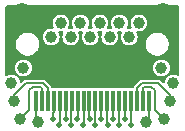
<source format=gbr>
G04 #@! TF.GenerationSoftware,KiCad,Pcbnew,8.0.4*
G04 #@! TF.CreationDate,2024-12-13T15:25:53-05:00*
G04 #@! TF.ProjectId,LoomRide-v2,4c6f6f6d-5269-4646-952d-76322e6b6963,rev?*
G04 #@! TF.SameCoordinates,Original*
G04 #@! TF.FileFunction,Copper,L1,Top*
G04 #@! TF.FilePolarity,Positive*
%FSLAX46Y46*%
G04 Gerber Fmt 4.6, Leading zero omitted, Abs format (unit mm)*
G04 Created by KiCad (PCBNEW 8.0.4) date 2024-12-13 15:25:53*
%MOMM*%
%LPD*%
G01*
G04 APERTURE LIST*
G04 #@! TA.AperFunction,SMDPad,CuDef*
%ADD10R,0.300000X1.800000*%
G04 #@! TD*
G04 #@! TA.AperFunction,SMDPad,CuDef*
%ADD11R,0.300000X1.630000*%
G04 #@! TD*
G04 #@! TA.AperFunction,ComponentPad*
%ADD12C,2.000000*%
G04 #@! TD*
G04 #@! TA.AperFunction,ComponentPad*
%ADD13C,1.000000*%
G04 #@! TD*
G04 #@! TA.AperFunction,ViaPad*
%ADD14C,0.500000*%
G04 #@! TD*
G04 #@! TA.AperFunction,Conductor*
%ADD15C,0.508000*%
G04 #@! TD*
G04 #@! TA.AperFunction,Conductor*
%ADD16C,0.152400*%
G04 #@! TD*
G04 APERTURE END LIST*
D10*
X-4746000Y-9896000D03*
D11*
X-4746000Y-7221000D03*
D10*
X-4246000Y-9896000D03*
D11*
X-4246000Y-7221000D03*
D10*
X-3746000Y-9896000D03*
D11*
X-3746000Y-7221000D03*
D10*
X-3246000Y-9896000D03*
D11*
X-3246000Y-7221000D03*
D10*
X-2746000Y-9896000D03*
D11*
X-2746000Y-7221000D03*
D10*
X-2246000Y-9896000D03*
D11*
X-2246000Y-7221000D03*
D10*
X-1746000Y-9896000D03*
D11*
X-1746000Y-7221000D03*
D10*
X-1246000Y-9896000D03*
D11*
X-1246000Y-7221000D03*
D10*
X-746000Y-9896000D03*
D11*
X-746000Y-7221000D03*
D10*
X-246000Y-9896000D03*
D11*
X-246000Y-7221000D03*
D10*
X254000Y-9896000D03*
D11*
X254000Y-7221000D03*
D10*
X754000Y-9896000D03*
D11*
X754000Y-7221000D03*
D10*
X1254000Y-9896000D03*
D11*
X1254000Y-7221000D03*
D10*
X1754000Y-9896000D03*
D11*
X1754000Y-7221000D03*
D10*
X2254000Y-9896000D03*
D11*
X2254000Y-7221000D03*
D10*
X2754000Y-9896000D03*
D11*
X2754000Y-7221000D03*
D10*
X3254000Y-9896000D03*
D11*
X3254000Y-7221000D03*
D10*
X3754000Y-9896000D03*
D11*
X3754000Y-7221000D03*
D10*
X4254000Y-9896000D03*
D11*
X4254000Y-7221000D03*
D10*
X4754000Y-9896000D03*
D11*
X4754000Y-7221000D03*
D12*
X5954000Y-2646000D03*
X-5946000Y-2646000D03*
D13*
X2286000Y-3302000D03*
X3111500Y-4493000D03*
X-1841500Y-4493000D03*
X-6858000Y-8382000D03*
X-1016000Y-3302000D03*
X635000Y-3302000D03*
X5842000Y-7112000D03*
X3937000Y-3302000D03*
X4572000Y-11684000D03*
X-190500Y-4493000D03*
X-5842000Y-7112000D03*
X-6604000Y-9906000D03*
X6096000Y-11430000D03*
X6604000Y-9906000D03*
X-2667000Y-3302000D03*
X1460500Y-4493000D03*
X-4572000Y-11684000D03*
X-6096000Y-11430000D03*
X-3492500Y-4493000D03*
X6858000Y-8382000D03*
D14*
X-3333248Y-11461248D03*
X-2794000Y-11938000D03*
X-2256600Y-11430000D03*
X-1778000Y-11938000D03*
X-1270000Y-11430000D03*
X-762000Y-11938000D03*
X-231565Y-11430000D03*
X254000Y-11938000D03*
X762021Y-11430021D03*
X1296915Y-11938000D03*
X1777990Y-11430000D03*
X2286000Y-11938000D03*
X2794000Y-11430000D03*
X3302000Y-11938000D03*
D15*
X4754000Y-7231000D02*
X-4746000Y-7231000D01*
D16*
X-4746000Y-11510000D02*
X-4572000Y-11684000D01*
X-4746000Y-9896000D02*
X-4746000Y-11510000D01*
X-5044000Y-8686800D02*
X-5334000Y-8976800D01*
X-4246000Y-9896000D02*
X-4246000Y-8843600D01*
X-5334000Y-10668000D02*
X-6096000Y-11430000D01*
X-4402800Y-8686800D02*
X-5044000Y-8686800D01*
X-5334000Y-8976800D02*
X-5334000Y-10668000D01*
X-4246000Y-8843600D02*
X-4402800Y-8686800D01*
X-6604000Y-9398000D02*
X-6604000Y-9906000D01*
X-3746000Y-9896000D02*
X-3746000Y-8843600D01*
X-3746000Y-8843600D02*
X-4207600Y-8382000D01*
X-5588000Y-8382000D02*
X-6604000Y-9398000D01*
X-4207600Y-8382000D02*
X-5588000Y-8382000D01*
X-3333248Y-11461248D02*
X-3333248Y-10900378D01*
X-3333248Y-10900378D02*
X-3246000Y-10813130D01*
X-3246000Y-10813130D02*
X-3246000Y-9896000D01*
X-2794000Y-11938000D02*
X-2746000Y-11890000D01*
X-2746000Y-11890000D02*
X-2746000Y-9896000D01*
X-2246000Y-11419400D02*
X-2246000Y-9896000D01*
X-2256600Y-11430000D02*
X-2246000Y-11419400D01*
X-1778000Y-9928000D02*
X-1746000Y-9896000D01*
X-1778000Y-11938000D02*
X-1778000Y-9928000D01*
X-1246000Y-11406000D02*
X-1270000Y-11430000D01*
X-1246000Y-9896000D02*
X-1246000Y-11406000D01*
X-746000Y-11922000D02*
X-746000Y-9896000D01*
X-762000Y-11938000D02*
X-746000Y-11922000D01*
X-231565Y-11430000D02*
X-246000Y-11415565D01*
X-246000Y-11415565D02*
X-246000Y-9896000D01*
X254000Y-11938000D02*
X254000Y-9896000D01*
X754000Y-11422000D02*
X762021Y-11430021D01*
X754000Y-9896000D02*
X754000Y-11422000D01*
X1296915Y-11938000D02*
X1254000Y-11895085D01*
X1254000Y-11895085D02*
X1254000Y-9896000D01*
X1777990Y-11430000D02*
X1754000Y-11406010D01*
X1754000Y-11406010D02*
X1754000Y-9896000D01*
X2286000Y-9928000D02*
X2254000Y-9896000D01*
X2286000Y-11938000D02*
X2286000Y-9928000D01*
X2754000Y-11390000D02*
X2754000Y-9896000D01*
X2794000Y-11430000D02*
X2754000Y-11390000D01*
X3254000Y-10903200D02*
X3254000Y-9896000D01*
X3302000Y-11938000D02*
X3302000Y-10951200D01*
X3302000Y-10951200D02*
X3254000Y-10903200D01*
X6604000Y-9398000D02*
X6604000Y-9906000D01*
X3754000Y-9896000D02*
X3754000Y-8843600D01*
X4215600Y-8382000D02*
X5588000Y-8382000D01*
X5588000Y-8382000D02*
X6604000Y-9398000D01*
X3754000Y-8843600D02*
X4215600Y-8382000D01*
X6096000Y-11430000D02*
X5334000Y-10668000D01*
X5334000Y-10668000D02*
X5334000Y-9021400D01*
X4410800Y-8686800D02*
X4254000Y-8843600D01*
X4999400Y-8686800D02*
X4410800Y-8686800D01*
X5334000Y-9021400D02*
X4999400Y-8686800D01*
X4254000Y-8843600D02*
X4254000Y-9896000D01*
X4754000Y-11502000D02*
X4572000Y-11684000D01*
X4754000Y-9896000D02*
X4754000Y-11502000D01*
G04 #@! TA.AperFunction,Conductor*
G36*
X7119822Y-1771739D02*
G01*
X7133358Y-1773882D01*
X7177071Y-1780806D01*
X7206997Y-1790528D01*
X7251513Y-1813210D01*
X7276971Y-1831707D01*
X7312292Y-1867028D01*
X7330790Y-1892488D01*
X7353469Y-1936998D01*
X7363193Y-1966927D01*
X7372261Y-2024174D01*
X7373500Y-2039913D01*
X7373500Y-7691411D01*
X7354287Y-7750542D01*
X7303987Y-7787087D01*
X7241813Y-7787087D01*
X7226149Y-7780488D01*
X7109370Y-7719198D01*
X7109372Y-7719198D01*
X7012764Y-7695386D01*
X6943445Y-7678300D01*
X6772555Y-7678300D01*
X6772554Y-7678300D01*
X6606628Y-7719198D01*
X6455315Y-7798613D01*
X6455314Y-7798614D01*
X6327408Y-7911930D01*
X6327404Y-7911934D01*
X6230329Y-8052571D01*
X6230329Y-8052572D01*
X6169729Y-8212360D01*
X6169728Y-8212362D01*
X6156138Y-8324290D01*
X6129938Y-8380674D01*
X6075600Y-8410890D01*
X6013879Y-8403395D01*
X5985137Y-8383299D01*
X5926128Y-8324290D01*
X5759862Y-8158024D01*
X5696037Y-8121175D01*
X5624850Y-8102100D01*
X4252450Y-8102100D01*
X4178750Y-8102100D01*
X4107563Y-8121175D01*
X4107561Y-8121175D01*
X4107561Y-8121176D01*
X4043740Y-8158022D01*
X3530022Y-8671740D01*
X3489879Y-8741272D01*
X3487237Y-8739746D01*
X3455032Y-8777467D01*
X3402455Y-8792300D01*
X3083935Y-8792300D01*
X3023625Y-8804296D01*
X2984375Y-8804296D01*
X2924065Y-8792300D01*
X2924064Y-8792300D01*
X2583936Y-8792300D01*
X2583935Y-8792300D01*
X2523625Y-8804296D01*
X2484375Y-8804296D01*
X2424065Y-8792300D01*
X2424064Y-8792300D01*
X2083936Y-8792300D01*
X2083935Y-8792300D01*
X2023625Y-8804296D01*
X1984375Y-8804296D01*
X1924065Y-8792300D01*
X1924064Y-8792300D01*
X1583936Y-8792300D01*
X1583935Y-8792300D01*
X1523625Y-8804296D01*
X1484375Y-8804296D01*
X1424065Y-8792300D01*
X1424064Y-8792300D01*
X1083936Y-8792300D01*
X1083935Y-8792300D01*
X1023625Y-8804296D01*
X984375Y-8804296D01*
X924065Y-8792300D01*
X924064Y-8792300D01*
X583936Y-8792300D01*
X583935Y-8792300D01*
X523625Y-8804296D01*
X484375Y-8804296D01*
X424065Y-8792300D01*
X424064Y-8792300D01*
X83936Y-8792300D01*
X83935Y-8792300D01*
X23625Y-8804296D01*
X-15625Y-8804296D01*
X-75935Y-8792300D01*
X-75936Y-8792300D01*
X-416064Y-8792300D01*
X-416065Y-8792300D01*
X-476375Y-8804296D01*
X-515625Y-8804296D01*
X-575935Y-8792300D01*
X-575936Y-8792300D01*
X-916064Y-8792300D01*
X-916065Y-8792300D01*
X-976375Y-8804296D01*
X-1015625Y-8804296D01*
X-1075935Y-8792300D01*
X-1075936Y-8792300D01*
X-1416064Y-8792300D01*
X-1416065Y-8792300D01*
X-1476375Y-8804296D01*
X-1515625Y-8804296D01*
X-1575935Y-8792300D01*
X-1575936Y-8792300D01*
X-1916064Y-8792300D01*
X-1916065Y-8792300D01*
X-1976375Y-8804296D01*
X-2015625Y-8804296D01*
X-2075935Y-8792300D01*
X-2075936Y-8792300D01*
X-2416064Y-8792300D01*
X-2416065Y-8792300D01*
X-2476375Y-8804296D01*
X-2515625Y-8804296D01*
X-2575935Y-8792300D01*
X-2575936Y-8792300D01*
X-2916064Y-8792300D01*
X-2916065Y-8792300D01*
X-2976375Y-8804296D01*
X-3015625Y-8804296D01*
X-3075935Y-8792300D01*
X-3075936Y-8792300D01*
X-3394455Y-8792300D01*
X-3453586Y-8773087D01*
X-3479668Y-8739995D01*
X-3481879Y-8741272D01*
X-3522022Y-8671740D01*
X-4035740Y-8158022D01*
X-4099561Y-8121176D01*
X-4099561Y-8121175D01*
X-4099563Y-8121175D01*
X-4170750Y-8102100D01*
X-5551150Y-8102100D01*
X-5624850Y-8102100D01*
X-5696037Y-8121175D01*
X-5759862Y-8158024D01*
X-5926128Y-8324290D01*
X-5985137Y-8383299D01*
X-6040535Y-8411525D01*
X-6101944Y-8401799D01*
X-6145907Y-8357835D01*
X-6156138Y-8324290D01*
X-6169728Y-8212362D01*
X-6169729Y-8212360D01*
X-6230329Y-8052572D01*
X-6230329Y-8052571D01*
X-6327404Y-7911934D01*
X-6327408Y-7911930D01*
X-6455314Y-7798614D01*
X-6455315Y-7798613D01*
X-6606629Y-7719198D01*
X-6606627Y-7719198D01*
X-6772554Y-7678300D01*
X-6772555Y-7678300D01*
X-6943445Y-7678300D01*
X-7109368Y-7719197D01*
X-7109371Y-7719198D01*
X-7226148Y-7780487D01*
X-7287435Y-7790954D01*
X-7343170Y-7763399D01*
X-7372063Y-7708346D01*
X-7373499Y-7691410D01*
X-7373499Y-7112000D01*
X-6550868Y-7112000D01*
X-6530270Y-7281643D01*
X-6469671Y-7441427D01*
X-6372595Y-7582066D01*
X-6244683Y-7695387D01*
X-6093368Y-7774803D01*
X-5927445Y-7815700D01*
X-5927441Y-7815700D01*
X-5756559Y-7815700D01*
X-5756555Y-7815700D01*
X-5590632Y-7774803D01*
X-5439317Y-7695387D01*
X-5439315Y-7695386D01*
X-5439314Y-7695385D01*
X-5311408Y-7582069D01*
X-5311404Y-7582065D01*
X-5214329Y-7441428D01*
X-5214329Y-7441427D01*
X-5153730Y-7281642D01*
X-5133132Y-7112000D01*
X5133132Y-7112000D01*
X5153730Y-7281642D01*
X5214329Y-7441427D01*
X5214329Y-7441428D01*
X5311404Y-7582065D01*
X5311408Y-7582069D01*
X5439314Y-7695385D01*
X5439315Y-7695386D01*
X5439317Y-7695387D01*
X5590628Y-7774801D01*
X5590629Y-7774801D01*
X5590632Y-7774803D01*
X5756555Y-7815700D01*
X5756559Y-7815700D01*
X5927441Y-7815700D01*
X5927445Y-7815700D01*
X6093368Y-7774803D01*
X6244683Y-7695387D01*
X6372595Y-7582066D01*
X6469671Y-7441427D01*
X6530270Y-7281643D01*
X6550868Y-7112000D01*
X6530270Y-6942357D01*
X6469671Y-6782573D01*
X6372595Y-6641934D01*
X6372591Y-6641930D01*
X6244685Y-6528614D01*
X6244684Y-6528613D01*
X6093370Y-6449198D01*
X6093372Y-6449198D01*
X5927445Y-6408300D01*
X5756555Y-6408300D01*
X5756554Y-6408300D01*
X5590628Y-6449198D01*
X5439315Y-6528613D01*
X5439314Y-6528614D01*
X5311408Y-6641930D01*
X5311404Y-6641934D01*
X5214329Y-6782571D01*
X5214329Y-6782572D01*
X5153730Y-6942357D01*
X5133132Y-7112000D01*
X-5133132Y-7112000D01*
X-5153730Y-6942357D01*
X-5214329Y-6782572D01*
X-5214329Y-6782571D01*
X-5311404Y-6641934D01*
X-5311408Y-6641930D01*
X-5439314Y-6528614D01*
X-5439315Y-6528613D01*
X-5590629Y-6449198D01*
X-5590627Y-6449198D01*
X-5756554Y-6408300D01*
X-5756555Y-6408300D01*
X-5927445Y-6408300D01*
X-6093368Y-6449197D01*
X-6093371Y-6449198D01*
X-6244684Y-6528613D01*
X-6244685Y-6528614D01*
X-6372591Y-6641930D01*
X-6372595Y-6641934D01*
X-6469671Y-6782573D01*
X-6530270Y-6942357D01*
X-6550868Y-7112000D01*
X-7373499Y-7112000D01*
X-7373499Y-4999922D01*
X-6471500Y-4999922D01*
X-6471500Y-5192078D01*
X-6434012Y-5380543D01*
X-6360477Y-5558073D01*
X-6253720Y-5717845D01*
X-6117845Y-5853720D01*
X-5958073Y-5960477D01*
X-5780543Y-6034012D01*
X-5592078Y-6071500D01*
X-5592077Y-6071500D01*
X-5399923Y-6071500D01*
X-5399922Y-6071500D01*
X-5211457Y-6034012D01*
X-5211455Y-6034011D01*
X-5211454Y-6034011D01*
X-5122692Y-5997244D01*
X-5033927Y-5960477D01*
X-4874155Y-5853720D01*
X-4738280Y-5717845D01*
X-4738278Y-5717843D01*
X-4685263Y-5638500D01*
X-4631523Y-5558073D01*
X-4631521Y-5558069D01*
X-4557988Y-5380545D01*
X-4532996Y-5254899D01*
X-4520500Y-5192078D01*
X-4520500Y-4999922D01*
X-4557988Y-4811454D01*
X-4631521Y-4633930D01*
X-4725687Y-4493000D01*
X-4201368Y-4493000D01*
X-4180770Y-4662643D01*
X-4120171Y-4822427D01*
X-4023095Y-4963066D01*
X-3895183Y-5076387D01*
X-3743868Y-5155803D01*
X-3577945Y-5196700D01*
X-3577941Y-5196700D01*
X-3407059Y-5196700D01*
X-3407055Y-5196700D01*
X-3241132Y-5155803D01*
X-3089817Y-5076387D01*
X-3089815Y-5076386D01*
X-3089814Y-5076385D01*
X-2961908Y-4963069D01*
X-2961904Y-4963065D01*
X-2864829Y-4822428D01*
X-2864829Y-4822427D01*
X-2804230Y-4662642D01*
X-2783632Y-4493000D01*
X-2804230Y-4323357D01*
X-2864829Y-4163572D01*
X-2864830Y-4163571D01*
X-2868496Y-4158260D01*
X-2886275Y-4098682D01*
X-2865638Y-4040032D01*
X-2814470Y-4004713D01*
X-2761630Y-4003436D01*
X-2752445Y-4005700D01*
X-2752441Y-4005700D01*
X-2581559Y-4005700D01*
X-2581555Y-4005700D01*
X-2572370Y-4003436D01*
X-2510359Y-4007940D01*
X-2462838Y-4048033D01*
X-2447959Y-4108401D01*
X-2465504Y-4158260D01*
X-2469171Y-4163573D01*
X-2529770Y-4323357D01*
X-2550368Y-4493000D01*
X-2529770Y-4662643D01*
X-2469171Y-4822427D01*
X-2372095Y-4963066D01*
X-2244183Y-5076387D01*
X-2092868Y-5155803D01*
X-1926945Y-5196700D01*
X-1926941Y-5196700D01*
X-1756059Y-5196700D01*
X-1756055Y-5196700D01*
X-1590132Y-5155803D01*
X-1438817Y-5076387D01*
X-1438815Y-5076386D01*
X-1438814Y-5076385D01*
X-1310908Y-4963069D01*
X-1310904Y-4963065D01*
X-1213829Y-4822428D01*
X-1213829Y-4822427D01*
X-1153230Y-4662642D01*
X-1132632Y-4493000D01*
X-1153230Y-4323357D01*
X-1213829Y-4163572D01*
X-1213830Y-4163571D01*
X-1217496Y-4158260D01*
X-1235275Y-4098682D01*
X-1214638Y-4040032D01*
X-1163470Y-4004713D01*
X-1110630Y-4003436D01*
X-1101445Y-4005700D01*
X-1101441Y-4005700D01*
X-930559Y-4005700D01*
X-930555Y-4005700D01*
X-921370Y-4003436D01*
X-859359Y-4007940D01*
X-811838Y-4048033D01*
X-796959Y-4108401D01*
X-814504Y-4158260D01*
X-818171Y-4163573D01*
X-878770Y-4323357D01*
X-899368Y-4493000D01*
X-878770Y-4662643D01*
X-818171Y-4822427D01*
X-721095Y-4963066D01*
X-593183Y-5076387D01*
X-441868Y-5155803D01*
X-275945Y-5196700D01*
X-275941Y-5196700D01*
X-105059Y-5196700D01*
X-105055Y-5196700D01*
X60868Y-5155803D01*
X212183Y-5076387D01*
X340095Y-4963066D01*
X437171Y-4822427D01*
X497770Y-4662643D01*
X518368Y-4493000D01*
X497770Y-4323357D01*
X437171Y-4163573D01*
X433505Y-4158262D01*
X415724Y-4098688D01*
X436357Y-4040037D01*
X487523Y-4004715D01*
X540370Y-4003436D01*
X549555Y-4005700D01*
X549559Y-4005700D01*
X720441Y-4005700D01*
X720445Y-4005700D01*
X729629Y-4003436D01*
X791639Y-4007939D01*
X839160Y-4048032D01*
X854040Y-4108399D01*
X836496Y-4158260D01*
X832830Y-4163571D01*
X832829Y-4163572D01*
X772230Y-4323357D01*
X751632Y-4493000D01*
X772230Y-4662642D01*
X832829Y-4822427D01*
X832829Y-4822428D01*
X929904Y-4963065D01*
X929908Y-4963069D01*
X1057814Y-5076385D01*
X1057815Y-5076386D01*
X1057817Y-5076387D01*
X1209128Y-5155801D01*
X1209129Y-5155801D01*
X1209132Y-5155803D01*
X1375055Y-5196700D01*
X1375059Y-5196700D01*
X1545941Y-5196700D01*
X1545945Y-5196700D01*
X1711868Y-5155803D01*
X1863183Y-5076387D01*
X1991095Y-4963066D01*
X2088171Y-4822427D01*
X2148770Y-4662643D01*
X2169368Y-4493000D01*
X2148770Y-4323357D01*
X2088171Y-4163573D01*
X2084505Y-4158262D01*
X2066724Y-4098688D01*
X2087357Y-4040037D01*
X2138523Y-4004715D01*
X2191370Y-4003436D01*
X2200555Y-4005700D01*
X2200559Y-4005700D01*
X2371441Y-4005700D01*
X2371445Y-4005700D01*
X2380629Y-4003436D01*
X2442639Y-4007939D01*
X2490160Y-4048032D01*
X2505040Y-4108399D01*
X2487496Y-4158260D01*
X2483830Y-4163571D01*
X2483829Y-4163572D01*
X2423230Y-4323357D01*
X2402632Y-4493000D01*
X2423230Y-4662642D01*
X2483829Y-4822427D01*
X2483829Y-4822428D01*
X2580904Y-4963065D01*
X2580908Y-4963069D01*
X2708814Y-5076385D01*
X2708815Y-5076386D01*
X2708817Y-5076387D01*
X2860128Y-5155801D01*
X2860129Y-5155801D01*
X2860132Y-5155803D01*
X3026055Y-5196700D01*
X3026059Y-5196700D01*
X3196941Y-5196700D01*
X3196945Y-5196700D01*
X3362868Y-5155803D01*
X3514183Y-5076387D01*
X3600493Y-4999922D01*
X4528500Y-4999922D01*
X4528500Y-5192078D01*
X4540996Y-5254899D01*
X4565988Y-5380545D01*
X4639521Y-5558069D01*
X4639523Y-5558073D01*
X4693263Y-5638500D01*
X4746278Y-5717843D01*
X4746280Y-5717845D01*
X4882155Y-5853720D01*
X5041927Y-5960477D01*
X5130692Y-5997244D01*
X5219454Y-6034011D01*
X5219455Y-6034011D01*
X5219457Y-6034012D01*
X5407922Y-6071500D01*
X5407923Y-6071500D01*
X5600077Y-6071500D01*
X5600078Y-6071500D01*
X5788543Y-6034012D01*
X5966073Y-5960477D01*
X6125845Y-5853720D01*
X6261720Y-5717845D01*
X6368477Y-5558073D01*
X6442012Y-5380543D01*
X6479500Y-5192078D01*
X6479500Y-4999922D01*
X6442012Y-4811457D01*
X6368477Y-4633927D01*
X6261720Y-4474155D01*
X6125845Y-4338280D01*
X6125843Y-4338278D01*
X6046500Y-4285263D01*
X5966073Y-4231523D01*
X5966070Y-4231521D01*
X5966069Y-4231521D01*
X5788545Y-4157988D01*
X5662899Y-4132996D01*
X5600078Y-4120500D01*
X5407922Y-4120500D01*
X5360805Y-4129872D01*
X5219454Y-4157988D01*
X5041930Y-4231521D01*
X4882156Y-4338278D01*
X4882155Y-4338280D01*
X4746280Y-4474155D01*
X4746278Y-4474156D01*
X4639521Y-4633930D01*
X4565988Y-4811454D01*
X4528500Y-4999922D01*
X3600493Y-4999922D01*
X3642095Y-4963066D01*
X3739171Y-4822427D01*
X3799770Y-4662643D01*
X3820368Y-4493000D01*
X3799770Y-4323357D01*
X3739171Y-4163573D01*
X3735505Y-4158262D01*
X3717724Y-4098688D01*
X3738357Y-4040037D01*
X3789523Y-4004715D01*
X3842370Y-4003436D01*
X3851555Y-4005700D01*
X3851559Y-4005700D01*
X4022441Y-4005700D01*
X4022445Y-4005700D01*
X4188368Y-3964803D01*
X4339683Y-3885387D01*
X4467595Y-3772066D01*
X4564671Y-3631427D01*
X4625270Y-3471643D01*
X4645868Y-3302000D01*
X4625270Y-3132357D01*
X4564671Y-2972573D01*
X4467595Y-2831934D01*
X4467591Y-2831930D01*
X4339685Y-2718614D01*
X4339684Y-2718613D01*
X4188370Y-2639198D01*
X4188372Y-2639198D01*
X4022445Y-2598300D01*
X3851555Y-2598300D01*
X3851554Y-2598300D01*
X3685628Y-2639198D01*
X3534315Y-2718613D01*
X3534314Y-2718614D01*
X3406408Y-2831930D01*
X3406404Y-2831934D01*
X3309329Y-2972571D01*
X3309329Y-2972572D01*
X3309329Y-2972573D01*
X3248730Y-3132357D01*
X3228132Y-3302000D01*
X3248730Y-3471643D01*
X3309329Y-3631427D01*
X3312994Y-3636737D01*
X3330775Y-3696313D01*
X3310141Y-3754963D01*
X3258974Y-3790284D01*
X3206134Y-3791564D01*
X3196951Y-3789301D01*
X3196947Y-3789300D01*
X3196945Y-3789300D01*
X3026055Y-3789300D01*
X3026053Y-3789300D01*
X3026045Y-3789301D01*
X3016864Y-3791564D01*
X2954853Y-3787057D01*
X2907335Y-3746961D01*
X2892460Y-3686592D01*
X2910007Y-3636734D01*
X2913671Y-3631427D01*
X2974270Y-3471643D01*
X2994868Y-3302000D01*
X2974270Y-3132357D01*
X2913671Y-2972573D01*
X2816595Y-2831934D01*
X2816591Y-2831930D01*
X2688685Y-2718614D01*
X2688684Y-2718613D01*
X2537370Y-2639198D01*
X2537372Y-2639198D01*
X2371445Y-2598300D01*
X2200555Y-2598300D01*
X2200554Y-2598300D01*
X2034628Y-2639198D01*
X1883315Y-2718613D01*
X1883314Y-2718614D01*
X1755408Y-2831930D01*
X1755404Y-2831934D01*
X1658329Y-2972571D01*
X1658329Y-2972572D01*
X1658329Y-2972573D01*
X1597730Y-3132357D01*
X1577132Y-3302000D01*
X1597730Y-3471643D01*
X1658329Y-3631427D01*
X1661994Y-3636737D01*
X1679775Y-3696313D01*
X1659141Y-3754963D01*
X1607974Y-3790284D01*
X1555134Y-3791564D01*
X1545951Y-3789301D01*
X1545947Y-3789300D01*
X1545945Y-3789300D01*
X1375055Y-3789300D01*
X1375053Y-3789300D01*
X1375045Y-3789301D01*
X1365864Y-3791564D01*
X1303853Y-3787057D01*
X1256335Y-3746961D01*
X1241460Y-3686592D01*
X1259007Y-3636734D01*
X1262671Y-3631427D01*
X1323270Y-3471643D01*
X1343868Y-3302000D01*
X1323270Y-3132357D01*
X1262671Y-2972573D01*
X1165595Y-2831934D01*
X1165591Y-2831930D01*
X1037685Y-2718614D01*
X1037684Y-2718613D01*
X886370Y-2639198D01*
X886372Y-2639198D01*
X720445Y-2598300D01*
X549555Y-2598300D01*
X549554Y-2598300D01*
X383628Y-2639198D01*
X232315Y-2718613D01*
X232314Y-2718614D01*
X104408Y-2831930D01*
X104404Y-2831934D01*
X7329Y-2972571D01*
X7329Y-2972572D01*
X7329Y-2972573D01*
X-53270Y-3132357D01*
X-73868Y-3302000D01*
X-53270Y-3471643D01*
X7329Y-3631427D01*
X10992Y-3636734D01*
X28776Y-3696306D01*
X8146Y-3754958D01*
X-43019Y-3790282D01*
X-95864Y-3791564D01*
X-105045Y-3789301D01*
X-105053Y-3789300D01*
X-105055Y-3789300D01*
X-275945Y-3789300D01*
X-275947Y-3789300D01*
X-275951Y-3789301D01*
X-285134Y-3791564D01*
X-347145Y-3787057D01*
X-394663Y-3746962D01*
X-409539Y-3686594D01*
X-391995Y-3636738D01*
X-388329Y-3631427D01*
X-327730Y-3471643D01*
X-307132Y-3302000D01*
X-327730Y-3132357D01*
X-388329Y-2972573D01*
X-388329Y-2972572D01*
X-388329Y-2972571D01*
X-485404Y-2831934D01*
X-485408Y-2831930D01*
X-613314Y-2718614D01*
X-613315Y-2718613D01*
X-764629Y-2639198D01*
X-764627Y-2639198D01*
X-930554Y-2598300D01*
X-930555Y-2598300D01*
X-1101445Y-2598300D01*
X-1267368Y-2639197D01*
X-1267371Y-2639198D01*
X-1418684Y-2718613D01*
X-1418685Y-2718614D01*
X-1546591Y-2831930D01*
X-1546595Y-2831934D01*
X-1643671Y-2972573D01*
X-1704270Y-3132357D01*
X-1724868Y-3302000D01*
X-1704270Y-3471643D01*
X-1643671Y-3631427D01*
X-1640007Y-3636734D01*
X-1622224Y-3696306D01*
X-1642854Y-3754958D01*
X-1694019Y-3790282D01*
X-1746864Y-3791564D01*
X-1756045Y-3789301D01*
X-1756053Y-3789300D01*
X-1756055Y-3789300D01*
X-1926945Y-3789300D01*
X-1926947Y-3789300D01*
X-1926951Y-3789301D01*
X-1936134Y-3791564D01*
X-1998145Y-3787057D01*
X-2045663Y-3746962D01*
X-2060539Y-3686594D01*
X-2042995Y-3636738D01*
X-2039329Y-3631427D01*
X-1978730Y-3471643D01*
X-1958132Y-3302000D01*
X-1978730Y-3132357D01*
X-2039329Y-2972573D01*
X-2039329Y-2972572D01*
X-2039329Y-2972571D01*
X-2136404Y-2831934D01*
X-2136408Y-2831930D01*
X-2264314Y-2718614D01*
X-2264315Y-2718613D01*
X-2415629Y-2639198D01*
X-2415627Y-2639198D01*
X-2581554Y-2598300D01*
X-2581555Y-2598300D01*
X-2752445Y-2598300D01*
X-2918368Y-2639197D01*
X-2918371Y-2639198D01*
X-3069684Y-2718613D01*
X-3069685Y-2718614D01*
X-3197591Y-2831930D01*
X-3197595Y-2831934D01*
X-3294671Y-2972573D01*
X-3355270Y-3132357D01*
X-3375868Y-3302000D01*
X-3355270Y-3471643D01*
X-3294671Y-3631427D01*
X-3291007Y-3636734D01*
X-3273224Y-3696306D01*
X-3293854Y-3754958D01*
X-3345019Y-3790282D01*
X-3397864Y-3791564D01*
X-3407045Y-3789301D01*
X-3407053Y-3789300D01*
X-3407055Y-3789300D01*
X-3577945Y-3789300D01*
X-3743868Y-3830197D01*
X-3743871Y-3830198D01*
X-3895184Y-3909613D01*
X-3895185Y-3909614D01*
X-4023091Y-4022930D01*
X-4023095Y-4022934D01*
X-4116507Y-4158265D01*
X-4120171Y-4163573D01*
X-4180770Y-4323357D01*
X-4201368Y-4493000D01*
X-4725687Y-4493000D01*
X-4738278Y-4474156D01*
X-4738280Y-4474155D01*
X-4874155Y-4338280D01*
X-4874156Y-4338278D01*
X-5033930Y-4231521D01*
X-5211454Y-4157988D01*
X-5352805Y-4129872D01*
X-5399922Y-4120500D01*
X-5592078Y-4120500D01*
X-5654899Y-4132996D01*
X-5780545Y-4157988D01*
X-5958069Y-4231521D01*
X-5958070Y-4231521D01*
X-5958073Y-4231523D01*
X-6038500Y-4285263D01*
X-6117843Y-4338278D01*
X-6117845Y-4338280D01*
X-6253720Y-4474155D01*
X-6360477Y-4633927D01*
X-6434012Y-4811457D01*
X-6471500Y-4999922D01*
X-7373499Y-4999922D01*
X-7373499Y-2039913D01*
X-7372260Y-2024174D01*
X-7363192Y-1966927D01*
X-7353468Y-1936998D01*
X-7330789Y-1892488D01*
X-7312291Y-1867028D01*
X-7276970Y-1831707D01*
X-7251512Y-1813210D01*
X-7206996Y-1790528D01*
X-7177070Y-1780806D01*
X-7133357Y-1773882D01*
X-7119821Y-1771739D01*
X-7104084Y-1770500D01*
X-7046107Y-1770500D01*
X7046108Y-1770500D01*
X7104085Y-1770500D01*
X7119822Y-1771739D01*
G37*
G04 #@! TD.AperFunction*
M02*

</source>
